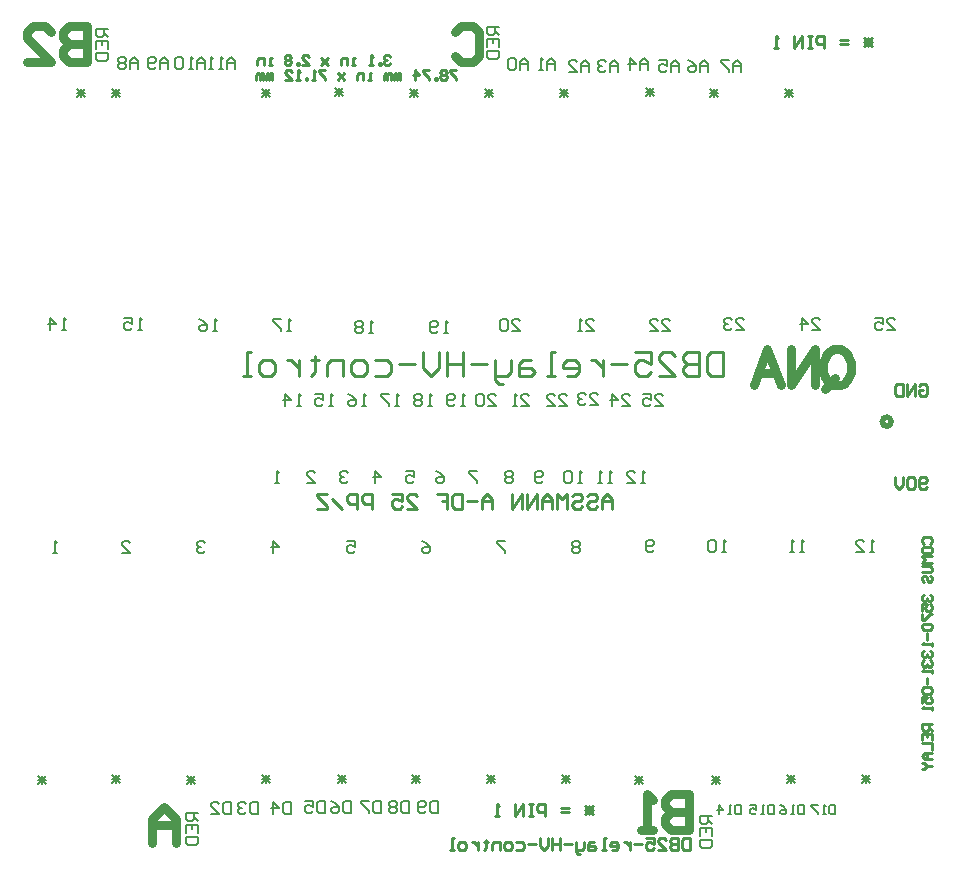
<source format=gbr>
%TF.GenerationSoftware,Altium Limited,Altium Designer,24.1.2 (44)*%
G04 Layer_Color=32896*
%FSLAX45Y45*%
%MOMM*%
%TF.SameCoordinates,7409CC48-22DB-44E9-B9CF-AE3C77DAA70A*%
%TF.FilePolarity,Positive*%
%TF.FileFunction,Legend,Bot*%
%TF.Part,Single*%
G01*
G75*
%TA.AperFunction,NonConductor*%
%ADD20C,0.50800*%
%ADD21C,0.15240*%
%ADD22C,0.25400*%
%ADD23C,0.76200*%
D20*
X7467600Y3683000D02*
G03*
X7467600Y3683000I-38100J0D01*
G01*
D21*
X5953760Y340360D02*
X5852193D01*
Y289577D01*
X5869121Y272649D01*
X5902977D01*
X5919904Y289577D01*
Y340360D01*
Y306504D02*
X5953760Y272649D01*
X5852193Y171081D02*
Y238793D01*
X5953760D01*
Y171081D01*
X5902977Y238793D02*
Y204937D01*
X5852193Y137226D02*
X5953760D01*
Y86442D01*
X5936832Y69514D01*
X5869121D01*
X5852193Y86442D01*
Y137226D01*
X4150360Y7020560D02*
X4048793D01*
Y6969777D01*
X4065721Y6952849D01*
X4099577D01*
X4116504Y6969777D01*
Y7020560D01*
Y6986704D02*
X4150360Y6952849D01*
X4048793Y6851281D02*
Y6918993D01*
X4150360D01*
Y6851281D01*
X4099577Y6918993D02*
Y6885137D01*
X4048793Y6817426D02*
X4150360D01*
Y6766642D01*
X4133432Y6749714D01*
X4065721D01*
X4048793Y6766642D01*
Y6817426D01*
X835660Y7007860D02*
X734093D01*
Y6957077D01*
X751021Y6940149D01*
X784877D01*
X801804Y6957077D01*
Y7007860D01*
Y6974004D02*
X835660Y6940149D01*
X734093Y6838581D02*
Y6906293D01*
X835660D01*
Y6838581D01*
X784877Y6906293D02*
Y6872437D01*
X734093Y6804726D02*
X835660D01*
Y6753942D01*
X818732Y6737014D01*
X751021D01*
X734093Y6753942D01*
Y6804726D01*
X1597660Y365760D02*
X1496093D01*
Y314977D01*
X1513021Y298049D01*
X1546877D01*
X1563804Y314977D01*
Y365760D01*
Y331904D02*
X1597660Y298049D01*
X1496093Y196481D02*
Y264193D01*
X1597660D01*
Y196481D01*
X1546877Y264193D02*
Y230337D01*
X1496093Y162626D02*
X1597660D01*
Y111842D01*
X1580732Y94914D01*
X1513021D01*
X1496093Y111842D01*
Y162626D01*
X7284975Y687616D02*
X7217263Y619905D01*
X7284975D02*
X7217263Y687616D01*
X7284975Y653760D02*
X7217263D01*
X7251119Y619905D02*
Y687616D01*
X6649975D02*
X6582263Y619905D01*
X6649975D02*
X6582263Y687616D01*
X6649975Y653760D02*
X6582263D01*
X6616119Y619905D02*
Y687616D01*
X6995160Y439394D02*
Y358140D01*
X6954533D01*
X6940991Y371682D01*
Y425851D01*
X6954533Y439394D01*
X6995160D01*
X6913906Y358140D02*
X6886822D01*
X6900364D01*
Y439394D01*
X6913906Y425851D01*
X6846195Y439394D02*
X6792026D01*
Y425851D01*
X6846195Y371682D01*
Y358140D01*
X6728460Y439394D02*
Y358140D01*
X6687833D01*
X6674291Y371682D01*
Y425851D01*
X6687833Y439394D01*
X6728460D01*
X6647206Y358140D02*
X6620122D01*
X6633664D01*
Y439394D01*
X6647206Y425851D01*
X6525326Y439394D02*
X6552410Y425851D01*
X6579495Y398767D01*
Y371682D01*
X6565953Y358140D01*
X6538868D01*
X6525326Y371682D01*
Y385225D01*
X6538868Y398767D01*
X6579495D01*
X6474460Y439394D02*
Y358140D01*
X6433833D01*
X6420291Y371682D01*
Y425851D01*
X6433833Y439394D01*
X6474460D01*
X6393206Y358140D02*
X6366122D01*
X6379664D01*
Y439394D01*
X6393206Y425851D01*
X6271326Y439394D02*
X6325495D01*
Y398767D01*
X6298410Y412309D01*
X6284868D01*
X6271326Y398767D01*
Y371682D01*
X6284868Y358140D01*
X6311953D01*
X6325495Y371682D01*
X6195060Y439394D02*
Y358140D01*
X6154433D01*
X6140891Y371682D01*
Y425851D01*
X6154433Y439394D01*
X6195060D01*
X6113806Y358140D02*
X6086722D01*
X6100264D01*
Y439394D01*
X6113806Y425851D01*
X6005468Y358140D02*
Y439394D01*
X6046095Y398767D01*
X5991926D01*
X480060Y4460240D02*
X446204D01*
X463132D01*
Y4561807D01*
X480060Y4544879D01*
X344637Y4460240D02*
Y4561807D01*
X395421Y4511023D01*
X327709D01*
X1127760Y4460240D02*
X1093904D01*
X1110832D01*
Y4561807D01*
X1127760Y4544879D01*
X975409Y4561807D02*
X1043121D01*
Y4511023D01*
X1009265Y4527951D01*
X992337D01*
X975409Y4511023D01*
Y4477168D01*
X992337Y4460240D01*
X1026193D01*
X1043121Y4477168D01*
X1762760Y4447540D02*
X1728904D01*
X1745832D01*
Y4549107D01*
X1762760Y4532179D01*
X1610409Y4549107D02*
X1644265Y4532179D01*
X1678121Y4498323D01*
Y4464468D01*
X1661193Y4447540D01*
X1627337D01*
X1610409Y4464468D01*
Y4481396D01*
X1627337Y4498323D01*
X1678121D01*
X2385060Y4447540D02*
X2351204D01*
X2368132D01*
Y4549107D01*
X2385060Y4532179D01*
X2300421Y4549107D02*
X2232709D01*
Y4532179D01*
X2300421Y4464468D01*
Y4447540D01*
X3083560Y4434840D02*
X3049704D01*
X3066632D01*
Y4536407D01*
X3083560Y4519479D01*
X2998921D02*
X2981993Y4536407D01*
X2948137D01*
X2931209Y4519479D01*
Y4502551D01*
X2948137Y4485623D01*
X2931209Y4468696D01*
Y4451768D01*
X2948137Y4434840D01*
X2981993D01*
X2998921Y4451768D01*
Y4468696D01*
X2981993Y4485623D01*
X2998921Y4502551D01*
Y4519479D01*
X2981993Y4485623D02*
X2948137D01*
X3718560Y4434840D02*
X3684704D01*
X3701632D01*
Y4536407D01*
X3718560Y4519479D01*
X3633921Y4451768D02*
X3616993Y4434840D01*
X3583137D01*
X3566209Y4451768D01*
Y4519479D01*
X3583137Y4536407D01*
X3616993D01*
X3633921Y4519479D01*
Y4502551D01*
X3616993Y4485623D01*
X3566209D01*
X4260449Y4447540D02*
X4328160D01*
X4260449Y4515251D01*
Y4532179D01*
X4277377Y4549107D01*
X4311232D01*
X4328160Y4532179D01*
X4226593D02*
X4209665Y4549107D01*
X4175809D01*
X4158881Y4532179D01*
Y4464468D01*
X4175809Y4447540D01*
X4209665D01*
X4226593Y4464468D01*
Y4532179D01*
X4882749Y4447540D02*
X4950460D01*
X4882749Y4515251D01*
Y4532179D01*
X4899677Y4549107D01*
X4933532D01*
X4950460Y4532179D01*
X4848893Y4447540D02*
X4815037D01*
X4831965D01*
Y4549107D01*
X4848893Y4532179D01*
X7435449Y4460240D02*
X7503160D01*
X7435449Y4527951D01*
Y4544879D01*
X7452377Y4561807D01*
X7486232D01*
X7503160Y4544879D01*
X7333881Y4561807D02*
X7401593D01*
Y4511023D01*
X7367737Y4527951D01*
X7350809D01*
X7333881Y4511023D01*
Y4477168D01*
X7350809Y4460240D01*
X7384665D01*
X7401593Y4477168D01*
X6800449Y4460240D02*
X6868160D01*
X6800449Y4527951D01*
Y4544879D01*
X6817377Y4561807D01*
X6851232D01*
X6868160Y4544879D01*
X6715809Y4460240D02*
Y4561807D01*
X6766593Y4511023D01*
X6698881D01*
X6152749Y4460240D02*
X6220460D01*
X6152749Y4527951D01*
Y4544879D01*
X6169677Y4561807D01*
X6203532D01*
X6220460Y4544879D01*
X6118893D02*
X6101965Y4561807D01*
X6068109D01*
X6051181Y4544879D01*
Y4527951D01*
X6068109Y4511023D01*
X6085037D01*
X6068109D01*
X6051181Y4494096D01*
Y4477168D01*
X6068109Y4460240D01*
X6101965D01*
X6118893Y4477168D01*
X5530449Y4447540D02*
X5598160D01*
X5530449Y4515251D01*
Y4532179D01*
X5547377Y4549107D01*
X5581232D01*
X5598160Y4532179D01*
X5428881Y4447540D02*
X5496593D01*
X5428881Y4515251D01*
Y4532179D01*
X5445809Y4549107D01*
X5479665D01*
X5496593Y4532179D01*
X6195060Y6644640D02*
Y6712351D01*
X6161204Y6746207D01*
X6127349Y6712351D01*
Y6644640D01*
Y6695423D01*
X6195060D01*
X6093493Y6746207D02*
X6025781D01*
Y6729279D01*
X6093493Y6661568D01*
Y6644640D01*
X5915660D02*
Y6712351D01*
X5881804Y6746207D01*
X5847949Y6712351D01*
Y6644640D01*
Y6695423D01*
X5915660D01*
X5746381Y6746207D02*
X5780237Y6729279D01*
X5814093Y6695423D01*
Y6661568D01*
X5797165Y6644640D01*
X5763309D01*
X5746381Y6661568D01*
Y6678496D01*
X5763309Y6695423D01*
X5814093D01*
X5674360Y6644640D02*
Y6712351D01*
X5640504Y6746207D01*
X5606649Y6712351D01*
Y6644640D01*
Y6695423D01*
X5674360D01*
X5505081Y6746207D02*
X5572793D01*
Y6695423D01*
X5538937Y6712351D01*
X5522009D01*
X5505081Y6695423D01*
Y6661568D01*
X5522009Y6644640D01*
X5555865D01*
X5572793Y6661568D01*
X5407660Y6657340D02*
Y6725051D01*
X5373804Y6758907D01*
X5339949Y6725051D01*
Y6657340D01*
Y6708123D01*
X5407660D01*
X5255309Y6657340D02*
Y6758907D01*
X5306093Y6708123D01*
X5238381D01*
X5153660Y6644640D02*
Y6712351D01*
X5119804Y6746207D01*
X5085949Y6712351D01*
Y6644640D01*
Y6695423D01*
X5153660D01*
X5052093Y6729279D02*
X5035165Y6746207D01*
X5001309D01*
X4984381Y6729279D01*
Y6712351D01*
X5001309Y6695423D01*
X5018237D01*
X5001309D01*
X4984381Y6678496D01*
Y6661568D01*
X5001309Y6644640D01*
X5035165D01*
X5052093Y6661568D01*
X4912360Y6644640D02*
Y6712351D01*
X4878504Y6746207D01*
X4844649Y6712351D01*
Y6644640D01*
Y6695423D01*
X4912360D01*
X4743081Y6644640D02*
X4810793D01*
X4743081Y6712351D01*
Y6729279D01*
X4760009Y6746207D01*
X4793865D01*
X4810793Y6729279D01*
X4620260Y6657340D02*
Y6725051D01*
X4586404Y6758907D01*
X4552549Y6725051D01*
Y6657340D01*
Y6708123D01*
X4620260D01*
X4518693Y6657340D02*
X4484837D01*
X4501765D01*
Y6758907D01*
X4518693Y6741979D01*
X4391660Y6657340D02*
Y6725051D01*
X4357804Y6758907D01*
X4323949Y6725051D01*
Y6657340D01*
Y6708123D01*
X4391660D01*
X4290093Y6741979D02*
X4273165Y6758907D01*
X4239309D01*
X4222381Y6741979D01*
Y6674268D01*
X4239309Y6657340D01*
X4273165D01*
X4290093Y6674268D01*
Y6741979D01*
X1915160Y6670040D02*
Y6737751D01*
X1881304Y6771607D01*
X1847449Y6737751D01*
Y6670040D01*
Y6720823D01*
X1915160D01*
X1813593Y6670040D02*
X1779737D01*
X1796665D01*
Y6771607D01*
X1813593Y6754679D01*
X1728953Y6670040D02*
X1695098D01*
X1712026D01*
Y6771607D01*
X1728953Y6754679D01*
X1661160Y6670040D02*
Y6737751D01*
X1627304Y6771607D01*
X1593449Y6737751D01*
Y6670040D01*
Y6720823D01*
X1661160D01*
X1559593Y6670040D02*
X1525737D01*
X1542665D01*
Y6771607D01*
X1559593Y6754679D01*
X1474953D02*
X1458026Y6771607D01*
X1424170D01*
X1407242Y6754679D01*
Y6686968D01*
X1424170Y6670040D01*
X1458026D01*
X1474953Y6686968D01*
Y6754679D01*
X1343660Y6670040D02*
Y6737751D01*
X1309804Y6771607D01*
X1275949Y6737751D01*
Y6670040D01*
Y6720823D01*
X1343660D01*
X1242093Y6686968D02*
X1225165Y6670040D01*
X1191309D01*
X1174381Y6686968D01*
Y6754679D01*
X1191309Y6771607D01*
X1225165D01*
X1242093Y6754679D01*
Y6737751D01*
X1225165Y6720823D01*
X1174381D01*
X1089660Y6670040D02*
Y6737751D01*
X1055804Y6771607D01*
X1021949Y6737751D01*
Y6670040D01*
Y6720823D01*
X1089660D01*
X988093Y6754679D02*
X971165Y6771607D01*
X937309D01*
X920381Y6754679D01*
Y6737751D01*
X937309Y6720823D01*
X920381Y6703896D01*
Y6686968D01*
X937309Y6670040D01*
X971165D01*
X988093Y6686968D01*
Y6703896D01*
X971165Y6720823D01*
X988093Y6737751D01*
Y6754679D01*
X971165Y6720823D02*
X937309D01*
X3629660Y472407D02*
Y370840D01*
X3578877D01*
X3561949Y387768D01*
Y455479D01*
X3578877Y472407D01*
X3629660D01*
X3528093Y387768D02*
X3511165Y370840D01*
X3477309D01*
X3460381Y387768D01*
Y455479D01*
X3477309Y472407D01*
X3511165D01*
X3528093Y455479D01*
Y438551D01*
X3511165Y421623D01*
X3460381D01*
X3388360Y472407D02*
Y370840D01*
X3337577D01*
X3320649Y387768D01*
Y455479D01*
X3337577Y472407D01*
X3388360D01*
X3286793Y455479D02*
X3269865Y472407D01*
X3236009D01*
X3219081Y455479D01*
Y438551D01*
X3236009Y421623D01*
X3219081Y404696D01*
Y387768D01*
X3236009Y370840D01*
X3269865D01*
X3286793Y387768D01*
Y404696D01*
X3269865Y421623D01*
X3286793Y438551D01*
Y455479D01*
X3269865Y421623D02*
X3236009D01*
X3147060Y472407D02*
Y370840D01*
X3096277D01*
X3079349Y387768D01*
Y455479D01*
X3096277Y472407D01*
X3147060D01*
X3045493D02*
X2977781D01*
Y455479D01*
X3045493Y387768D01*
Y370840D01*
X2893060Y472407D02*
Y370840D01*
X2842277D01*
X2825349Y387768D01*
Y455479D01*
X2842277Y472407D01*
X2893060D01*
X2723781D02*
X2757637Y455479D01*
X2791493Y421623D01*
Y387768D01*
X2774565Y370840D01*
X2740709D01*
X2723781Y387768D01*
Y404696D01*
X2740709Y421623D01*
X2791493D01*
X2677160Y472407D02*
Y370840D01*
X2626377D01*
X2609449Y387768D01*
Y455479D01*
X2626377Y472407D01*
X2677160D01*
X2507881D02*
X2575593D01*
Y421623D01*
X2541737Y438551D01*
X2524809D01*
X2507881Y421623D01*
Y387768D01*
X2524809Y370840D01*
X2558665D01*
X2575593Y387768D01*
X2385060Y459707D02*
Y358140D01*
X2334277D01*
X2317349Y375068D01*
Y442779D01*
X2334277Y459707D01*
X2385060D01*
X2232709Y358140D02*
Y459707D01*
X2283493Y408923D01*
X2215781D01*
X2105660Y459707D02*
Y358140D01*
X2054877D01*
X2037949Y375068D01*
Y442779D01*
X2054877Y459707D01*
X2105660D01*
X2004093Y442779D02*
X1987165Y459707D01*
X1953309D01*
X1936381Y442779D01*
Y425851D01*
X1953309Y408923D01*
X1970237D01*
X1953309D01*
X1936381Y391996D01*
Y375068D01*
X1953309Y358140D01*
X1987165D01*
X2004093Y375068D01*
X1877060Y459707D02*
Y358140D01*
X1826277D01*
X1809349Y375068D01*
Y442779D01*
X1826277Y459707D01*
X1877060D01*
X1707781Y358140D02*
X1775493D01*
X1707781Y425851D01*
Y442779D01*
X1724709Y459707D01*
X1758565D01*
X1775493Y442779D01*
X403860Y2567940D02*
X370004D01*
X386932D01*
Y2669507D01*
X403860Y2652579D01*
X958449Y2567940D02*
X1026160D01*
X958449Y2635651D01*
Y2652579D01*
X975377Y2669507D01*
X1009232D01*
X1026160Y2652579D01*
X1661160D02*
X1644232Y2669507D01*
X1610377D01*
X1593449Y2652579D01*
Y2635651D01*
X1610377Y2618723D01*
X1627304D01*
X1610377D01*
X1593449Y2601796D01*
Y2584868D01*
X1610377Y2567940D01*
X1644232D01*
X1661160Y2584868D01*
X2232677Y2567940D02*
Y2669507D01*
X2283460Y2618723D01*
X2215749D01*
X2863449Y2669507D02*
X2931160D01*
Y2618723D01*
X2897304Y2635651D01*
X2880377D01*
X2863449Y2618723D01*
Y2584868D01*
X2880377Y2567940D01*
X2914232D01*
X2931160Y2584868D01*
X3498449Y2669507D02*
X3532304Y2652579D01*
X3566160Y2618723D01*
Y2584868D01*
X3549232Y2567940D01*
X3515377D01*
X3498449Y2584868D01*
Y2601796D01*
X3515377Y2618723D01*
X3566160D01*
X4201160Y2669507D02*
X4133449D01*
Y2652579D01*
X4201160Y2584868D01*
Y2567940D01*
X4836160Y2652579D02*
X4819232Y2669507D01*
X4785377D01*
X4768449Y2652579D01*
Y2635651D01*
X4785377Y2618723D01*
X4768449Y2601796D01*
Y2584868D01*
X4785377Y2567940D01*
X4819232D01*
X4836160Y2584868D01*
Y2601796D01*
X4819232Y2618723D01*
X4836160Y2635651D01*
Y2652579D01*
X4819232Y2618723D02*
X4785377D01*
X5458460Y2597568D02*
X5441532Y2580640D01*
X5407677D01*
X5390749Y2597568D01*
Y2665279D01*
X5407677Y2682207D01*
X5441532D01*
X5458460Y2665279D01*
Y2648351D01*
X5441532Y2631423D01*
X5390749D01*
X6068060Y2580640D02*
X6034204D01*
X6051132D01*
Y2682207D01*
X6068060Y2665279D01*
X5983421D02*
X5966493Y2682207D01*
X5932637D01*
X5915709Y2665279D01*
Y2597568D01*
X5932637Y2580640D01*
X5966493D01*
X5983421Y2597568D01*
Y2665279D01*
X6728460Y2580640D02*
X6694604D01*
X6711532D01*
Y2682207D01*
X6728460Y2665279D01*
X6643821Y2580640D02*
X6609965D01*
X6626893D01*
Y2682207D01*
X6643821Y2665279D01*
X7325360Y2580640D02*
X7291504D01*
X7308432D01*
Y2682207D01*
X7325360Y2665279D01*
X7173009Y2580640D02*
X7240721D01*
X7173009Y2648351D01*
Y2665279D01*
X7189937Y2682207D01*
X7223793D01*
X7240721Y2665279D01*
X5382260Y3164840D02*
X5348404D01*
X5365332D01*
Y3266407D01*
X5382260Y3249479D01*
X5229909Y3164840D02*
X5297621D01*
X5229909Y3232551D01*
Y3249479D01*
X5246837Y3266407D01*
X5280693D01*
X5297621Y3249479D01*
X6639560Y6496452D02*
X6571849Y6428740D01*
X6639560D02*
X6571849Y6496452D01*
X6639560Y6462596D02*
X6571849D01*
X6605704Y6428740D02*
Y6496452D01*
X6004560D02*
X5936849Y6428740D01*
X6004560D02*
X5936849Y6496452D01*
X6004560Y6462596D02*
X5936849D01*
X5970704Y6428740D02*
Y6496452D01*
X5458460Y6509152D02*
X5390749Y6441440D01*
X5458460D02*
X5390749Y6509152D01*
X5458460Y6475296D02*
X5390749D01*
X5424604Y6441440D02*
Y6509152D01*
X4734560Y6496452D02*
X4666849Y6428740D01*
X4734560D02*
X4666849Y6496452D01*
X4734560Y6462596D02*
X4666849D01*
X4700704Y6428740D02*
Y6496452D01*
X4099560D02*
X4031849Y6428740D01*
X4099560D02*
X4031849Y6496452D01*
X4099560Y6462596D02*
X4031849D01*
X4065704Y6428740D02*
Y6496452D01*
X3464560D02*
X3396849Y6428740D01*
X3464560D02*
X3396849Y6496452D01*
X3464560Y6462596D02*
X3396849D01*
X3430704Y6428740D02*
Y6496452D01*
X2829560Y6509152D02*
X2761849Y6441440D01*
X2829560D02*
X2761849Y6509152D01*
X2829560Y6475296D02*
X2761849D01*
X2795704Y6441440D02*
Y6509152D01*
X2207260Y6496452D02*
X2139549Y6428740D01*
X2207260D02*
X2139549Y6496452D01*
X2207260Y6462596D02*
X2139549D01*
X2173404Y6428740D02*
Y6496452D01*
X937260D02*
X869549Y6428740D01*
X937260D02*
X869549Y6496452D01*
X937260Y6462596D02*
X869549D01*
X903404Y6428740D02*
Y6496452D01*
X645160D02*
X577449Y6428740D01*
X645160D02*
X577449Y6496452D01*
X645160Y6462596D02*
X577449D01*
X611304Y6428740D02*
Y6496452D01*
X314960Y679852D02*
X247249Y612140D01*
X314960D02*
X247249Y679852D01*
X314960Y645996D02*
X247249D01*
X281104Y612140D02*
Y679852D01*
X937260Y692552D02*
X869549Y624840D01*
X937260D02*
X869549Y692552D01*
X937260Y658696D02*
X869549D01*
X903404Y624840D02*
Y692552D01*
X1572260Y679852D02*
X1504549Y612140D01*
X1572260D02*
X1504549Y679852D01*
X1572260Y645996D02*
X1504549D01*
X1538404Y612140D02*
Y679852D01*
X2207260Y692552D02*
X2139549Y624840D01*
X2207260D02*
X2139549Y692552D01*
X2207260Y658696D02*
X2139549D01*
X2173404Y624840D02*
Y692552D01*
X2854960D02*
X2787249Y624840D01*
X2854960D02*
X2787249Y692552D01*
X2854960Y658696D02*
X2787249D01*
X2821104Y624840D02*
Y692552D01*
X3477260D02*
X3409549Y624840D01*
X3477260D02*
X3409549Y692552D01*
X3477260Y658696D02*
X3409549D01*
X3443404Y624840D02*
Y692552D01*
X4112260D02*
X4044549Y624840D01*
X4112260D02*
X4044549Y692552D01*
X4112260Y658696D02*
X4044549D01*
X4078404Y624840D02*
Y692552D01*
X4747260D02*
X4679549Y624840D01*
X4747260D02*
X4679549Y692552D01*
X4747260Y658696D02*
X4679549D01*
X4713404Y624840D02*
Y692552D01*
X5369560Y679852D02*
X5301849Y612140D01*
X5369560D02*
X5301849Y679852D01*
X5369560Y645996D02*
X5301849D01*
X5335704Y612140D02*
Y679852D01*
X6017260D02*
X5949549Y612140D01*
X6017260D02*
X5949549Y679852D01*
X6017260Y645996D02*
X5949549D01*
X5983404Y612140D02*
Y679852D01*
X2520549Y3164840D02*
X2588260D01*
X2520549Y3232551D01*
Y3249479D01*
X2537477Y3266407D01*
X2571332D01*
X2588260Y3249479D01*
X2867660D02*
X2850732Y3266407D01*
X2816877D01*
X2799949Y3249479D01*
Y3232551D01*
X2816877Y3215623D01*
X2833804D01*
X2816877D01*
X2799949Y3198696D01*
Y3181768D01*
X2816877Y3164840D01*
X2850732D01*
X2867660Y3181768D01*
X3358749Y3266407D02*
X3426460D01*
Y3215623D01*
X3392604Y3232551D01*
X3375677D01*
X3358749Y3215623D01*
Y3181768D01*
X3375677Y3164840D01*
X3409532D01*
X3426460Y3181768D01*
X3612749Y3266407D02*
X3646604Y3249479D01*
X3680460Y3215623D01*
Y3181768D01*
X3663532Y3164840D01*
X3629677D01*
X3612749Y3181768D01*
Y3198696D01*
X3629677Y3215623D01*
X3680460D01*
X3959860Y3266407D02*
X3892149D01*
Y3249479D01*
X3959860Y3181768D01*
Y3164840D01*
X4264660Y3249479D02*
X4247732Y3266407D01*
X4213877D01*
X4196949Y3249479D01*
Y3232551D01*
X4213877Y3215623D01*
X4196949Y3198696D01*
Y3181768D01*
X4213877Y3164840D01*
X4247732D01*
X4264660Y3181768D01*
Y3198696D01*
X4247732Y3215623D01*
X4264660Y3232551D01*
Y3249479D01*
X4247732Y3215623D02*
X4213877D01*
X3096277Y3164840D02*
Y3266407D01*
X3147060Y3215623D01*
X3079349D01*
X2283460Y3164840D02*
X2249604D01*
X2266532D01*
Y3266407D01*
X2283460Y3249479D01*
X4518660Y3181768D02*
X4501732Y3164840D01*
X4467877D01*
X4450949Y3181768D01*
Y3249479D01*
X4467877Y3266407D01*
X4501732D01*
X4518660Y3249479D01*
Y3232551D01*
X4501732Y3215623D01*
X4450949D01*
X4848860Y3164840D02*
X4815004D01*
X4831932D01*
Y3266407D01*
X4848860Y3249479D01*
X4764221D02*
X4747293Y3266407D01*
X4713437D01*
X4696509Y3249479D01*
Y3181768D01*
X4713437Y3164840D01*
X4747293D01*
X4764221Y3181768D01*
Y3249479D01*
X5102860Y3164840D02*
X5069004D01*
X5085932D01*
Y3266407D01*
X5102860Y3249479D01*
X5018221Y3164840D02*
X4984365D01*
X5001293D01*
Y3266407D01*
X5018221Y3249479D01*
X4651095Y3817556D02*
X4718807D01*
X4651095Y3885268D01*
Y3902196D01*
X4668023Y3919123D01*
X4701879D01*
X4718807Y3902196D01*
X4549528Y3817556D02*
X4617239D01*
X4549528Y3885268D01*
Y3902196D01*
X4566456Y3919123D01*
X4600312D01*
X4617239Y3902196D01*
X4920849Y3825240D02*
X4988560D01*
X4920849Y3892951D01*
Y3909879D01*
X4937777Y3926807D01*
X4971632D01*
X4988560Y3909879D01*
X4886993D02*
X4870065Y3926807D01*
X4836209D01*
X4819281Y3909879D01*
Y3892951D01*
X4836209Y3876023D01*
X4853137D01*
X4836209D01*
X4819281Y3859096D01*
Y3842168D01*
X4836209Y3825240D01*
X4870065D01*
X4886993Y3842168D01*
X5184495Y3817556D02*
X5252207D01*
X5184495Y3885268D01*
Y3902196D01*
X5201423Y3919123D01*
X5235279D01*
X5252207Y3902196D01*
X5099856Y3817556D02*
Y3919123D01*
X5150639Y3868340D01*
X5082928D01*
X5463895Y3817556D02*
X5531607D01*
X5463895Y3885268D01*
Y3902196D01*
X5480823Y3919123D01*
X5514679D01*
X5531607Y3902196D01*
X5362328Y3919123D02*
X5430039D01*
Y3868340D01*
X5396184Y3885268D01*
X5379256D01*
X5362328Y3868340D01*
Y3834484D01*
X5379256Y3817556D01*
X5413112D01*
X5430039Y3834484D01*
X4336649Y3812540D02*
X4404360D01*
X4336649Y3880251D01*
Y3897179D01*
X4353577Y3914107D01*
X4387432D01*
X4404360Y3897179D01*
X4302793Y3812540D02*
X4268937D01*
X4285865D01*
Y3914107D01*
X4302793Y3897179D01*
X4057249Y3812540D02*
X4124960D01*
X4057249Y3880251D01*
Y3897179D01*
X4074177Y3914107D01*
X4108032D01*
X4124960Y3897179D01*
X4023393D02*
X4006465Y3914107D01*
X3972609D01*
X3955681Y3897179D01*
Y3829468D01*
X3972609Y3812540D01*
X4006465D01*
X4023393Y3829468D01*
Y3897179D01*
X3855158Y3813595D02*
X3821302D01*
X3838230D01*
Y3915162D01*
X3855158Y3898234D01*
X3770519Y3830523D02*
X3753591Y3813595D01*
X3719735D01*
X3702807Y3830523D01*
Y3898234D01*
X3719735Y3915162D01*
X3753591D01*
X3770519Y3898234D01*
Y3881306D01*
X3753591Y3864378D01*
X3702807D01*
X3575758Y3813595D02*
X3541902D01*
X3558830D01*
Y3915162D01*
X3575758Y3898234D01*
X3491119D02*
X3474191Y3915162D01*
X3440335D01*
X3423407Y3898234D01*
Y3881306D01*
X3440335Y3864378D01*
X3423407Y3847451D01*
Y3830523D01*
X3440335Y3813595D01*
X3474191D01*
X3491119Y3830523D01*
Y3847451D01*
X3474191Y3864378D01*
X3491119Y3881306D01*
Y3898234D01*
X3474191Y3864378D02*
X3440335D01*
X3296358Y3813595D02*
X3262502D01*
X3279430D01*
Y3915162D01*
X3296358Y3898234D01*
X3211719Y3915162D02*
X3144007D01*
Y3898234D01*
X3211719Y3830523D01*
Y3813595D01*
X3016958D02*
X2983102D01*
X3000030D01*
Y3915162D01*
X3016958Y3898234D01*
X2864607Y3915162D02*
X2898463Y3898234D01*
X2932319Y3864378D01*
Y3830523D01*
X2915391Y3813595D01*
X2881535D01*
X2864607Y3830523D01*
Y3847451D01*
X2881535Y3864378D01*
X2932319D01*
X2737558Y3813595D02*
X2703702D01*
X2720630D01*
Y3915162D01*
X2737558Y3898234D01*
X2585207Y3915162D02*
X2652919D01*
Y3864378D01*
X2619063Y3881306D01*
X2602135D01*
X2585207Y3864378D01*
Y3830523D01*
X2602135Y3813595D01*
X2635991D01*
X2652919Y3830523D01*
X2473960Y3812540D02*
X2440104D01*
X2457032D01*
Y3914107D01*
X2473960Y3897179D01*
X2338537Y3812540D02*
Y3914107D01*
X2389321Y3863323D01*
X2321609D01*
D22*
X6045200Y4271346D02*
Y4068211D01*
X5943633D01*
X5909777Y4102067D01*
Y4237490D01*
X5943633Y4271346D01*
X6045200D01*
X5842066D02*
Y4068211D01*
X5740499D01*
X5706643Y4102067D01*
Y4135923D01*
X5740499Y4169779D01*
X5842066D01*
X5740499D01*
X5706643Y4203634D01*
Y4237490D01*
X5740499Y4271346D01*
X5842066D01*
X5503509Y4068211D02*
X5638932D01*
X5503509Y4203634D01*
Y4237490D01*
X5537364Y4271346D01*
X5605076D01*
X5638932Y4237490D01*
X5300374Y4271346D02*
X5435797D01*
Y4169779D01*
X5368086Y4203634D01*
X5334230D01*
X5300374Y4169779D01*
Y4102067D01*
X5334230Y4068211D01*
X5401942D01*
X5435797Y4102067D01*
X5232663Y4169779D02*
X5097240D01*
X5029529Y4203634D02*
Y4068211D01*
Y4135923D01*
X4995673Y4169779D01*
X4961818Y4203634D01*
X4927962D01*
X4724827Y4068211D02*
X4792539D01*
X4826395Y4102067D01*
Y4169779D01*
X4792539Y4203634D01*
X4724827D01*
X4690972Y4169779D01*
Y4135923D01*
X4826395D01*
X4623261Y4068211D02*
X4555549D01*
X4589405D01*
Y4271346D01*
X4623261D01*
X4420126Y4203634D02*
X4352415D01*
X4318559Y4169779D01*
Y4068211D01*
X4420126D01*
X4453982Y4102067D01*
X4420126Y4135923D01*
X4318559D01*
X4250848Y4203634D02*
Y4102067D01*
X4216992Y4068211D01*
X4115425D01*
Y4034356D01*
X4149280Y4000500D01*
X4183136D01*
X4115425Y4068211D02*
Y4203634D01*
X4047714Y4169779D02*
X3912291D01*
X3844579Y4271346D02*
Y4068211D01*
Y4169779D01*
X3709156D01*
Y4271346D01*
Y4068211D01*
X3641445Y4271346D02*
Y4135923D01*
X3573734Y4068211D01*
X3506022Y4135923D01*
Y4271346D01*
X3438311Y4169779D02*
X3302888D01*
X3099754Y4203634D02*
X3201321D01*
X3235177Y4169779D01*
Y4102067D01*
X3201321Y4068211D01*
X3099754D01*
X2998187D02*
X2930475D01*
X2896620Y4102067D01*
Y4169779D01*
X2930475Y4203634D01*
X2998187D01*
X3032042Y4169779D01*
Y4102067D01*
X2998187Y4068211D01*
X2828908D02*
Y4203634D01*
X2727341D01*
X2693485Y4169779D01*
Y4068211D01*
X2591918Y4237490D02*
Y4203634D01*
X2625774D01*
X2558063D01*
X2591918D01*
Y4102067D01*
X2558063Y4068211D01*
X2456495Y4203634D02*
Y4068211D01*
Y4135923D01*
X2422640Y4169779D01*
X2388784Y4203634D01*
X2354928D01*
X2219506Y4068211D02*
X2151794D01*
X2117938Y4102067D01*
Y4169779D01*
X2151794Y4203634D01*
X2219506D01*
X2253361Y4169779D01*
Y4102067D01*
X2219506Y4068211D01*
X2050227D02*
X1982516D01*
X2016371D01*
Y4271346D01*
X2050227D01*
X3225800Y6773311D02*
X3212258Y6786854D01*
X3185173D01*
X3171631Y6773311D01*
Y6759769D01*
X3185173Y6746227D01*
X3198715D01*
X3185173D01*
X3171631Y6732685D01*
Y6719142D01*
X3185173Y6705600D01*
X3212258D01*
X3225800Y6719142D01*
X3144546Y6705600D02*
Y6719142D01*
X3131004D01*
Y6705600D01*
X3144546D01*
X3076835D02*
X3049750D01*
X3063293D01*
Y6786854D01*
X3076835Y6773311D01*
X2927870Y6705600D02*
X2900785D01*
X2914327D01*
Y6759769D01*
X2927870D01*
X2860158Y6705600D02*
Y6759769D01*
X2819532D01*
X2805989Y6746227D01*
Y6705600D01*
X2697651Y6759769D02*
X2643482Y6705600D01*
X2670566Y6732685D01*
X2643482Y6759769D01*
X2697651Y6705600D01*
X2480974D02*
X2535143D01*
X2480974Y6759769D01*
Y6773311D01*
X2494516Y6786854D01*
X2521601D01*
X2535143Y6773311D01*
X2453889Y6705600D02*
Y6719142D01*
X2440347D01*
Y6705600D01*
X2453889D01*
X2386178Y6773311D02*
X2372636Y6786854D01*
X2345551D01*
X2332009Y6773311D01*
Y6759769D01*
X2345551Y6746227D01*
X2332009Y6732685D01*
Y6719142D01*
X2345551Y6705600D01*
X2372636D01*
X2386178Y6719142D01*
Y6732685D01*
X2372636Y6746227D01*
X2386178Y6759769D01*
Y6773311D01*
X2372636Y6746227D02*
X2345551D01*
X2223670Y6705600D02*
X2196586D01*
X2210128D01*
Y6759769D01*
X2223670D01*
X2155959Y6705600D02*
Y6759769D01*
X2115332D01*
X2101790Y6746227D01*
Y6705600D01*
X3784600Y6659854D02*
X3730431D01*
Y6646311D01*
X3784600Y6592142D01*
Y6578600D01*
X3703346Y6646311D02*
X3689804Y6659854D01*
X3662719D01*
X3649177Y6646311D01*
Y6632769D01*
X3662719Y6619227D01*
X3649177Y6605685D01*
Y6592142D01*
X3662719Y6578600D01*
X3689804D01*
X3703346Y6592142D01*
Y6605685D01*
X3689804Y6619227D01*
X3703346Y6632769D01*
Y6646311D01*
X3689804Y6619227D02*
X3662719D01*
X3622092Y6578600D02*
Y6592142D01*
X3608550D01*
Y6578600D01*
X3622092D01*
X3554381Y6659854D02*
X3500212D01*
Y6646311D01*
X3554381Y6592142D01*
Y6578600D01*
X3432500D02*
Y6659854D01*
X3473127Y6619227D01*
X3418958D01*
X3310619Y6578600D02*
Y6632769D01*
X3297077D01*
X3283535Y6619227D01*
Y6578600D01*
Y6619227D01*
X3269993Y6632769D01*
X3256450Y6619227D01*
Y6578600D01*
X3229366D02*
Y6632769D01*
X3215823D01*
X3202281Y6619227D01*
Y6578600D01*
Y6619227D01*
X3188739Y6632769D01*
X3175197Y6619227D01*
Y6578600D01*
X3066858D02*
X3039773D01*
X3053316D01*
Y6632769D01*
X3066858D01*
X2999147Y6578600D02*
Y6632769D01*
X2958520D01*
X2944978Y6619227D01*
Y6578600D01*
X2836639Y6632769D02*
X2782470Y6578600D01*
X2809554Y6605685D01*
X2782470Y6632769D01*
X2836639Y6578600D01*
X2674131Y6659854D02*
X2619962D01*
Y6646311D01*
X2674131Y6592142D01*
Y6578600D01*
X2592877D02*
X2565793D01*
X2579335D01*
Y6659854D01*
X2592877Y6646311D01*
X2525166Y6578600D02*
Y6592142D01*
X2511624D01*
Y6578600D01*
X2525166D01*
X2457455D02*
X2430370D01*
X2443913D01*
Y6659854D01*
X2457455Y6646311D01*
X2335574Y6578600D02*
X2389744D01*
X2335574Y6632769D01*
Y6646311D01*
X2349117Y6659854D01*
X2376201D01*
X2389744Y6646311D01*
X2227236Y6578600D02*
Y6632769D01*
X2213694D01*
X2200151Y6619227D01*
Y6578600D01*
Y6619227D01*
X2186609Y6632769D01*
X2173067Y6619227D01*
Y6578600D01*
X2145982D02*
Y6632769D01*
X2132440D01*
X2118897Y6619227D01*
Y6578600D01*
Y6619227D01*
X2105355Y6632769D01*
X2091813Y6619227D01*
Y6578600D01*
X5765800Y160823D02*
Y59256D01*
X5715017D01*
X5698089Y76183D01*
Y143895D01*
X5715017Y160823D01*
X5765800D01*
X5664233D02*
Y59256D01*
X5613449D01*
X5596521Y76183D01*
Y93111D01*
X5613449Y110039D01*
X5664233D01*
X5613449D01*
X5596521Y126967D01*
Y143895D01*
X5613449Y160823D01*
X5664233D01*
X5494954Y59256D02*
X5562666D01*
X5494954Y126967D01*
Y143895D01*
X5511882Y160823D01*
X5545738D01*
X5562666Y143895D01*
X5393387Y160823D02*
X5461098D01*
Y110039D01*
X5427243Y126967D01*
X5410315D01*
X5393387Y110039D01*
Y76183D01*
X5410315Y59256D01*
X5444170D01*
X5461098Y76183D01*
X5359531Y110039D02*
X5291820D01*
X5257964Y126967D02*
Y59256D01*
Y93111D01*
X5241036Y110039D01*
X5224108Y126967D01*
X5207180D01*
X5105613Y59256D02*
X5139469D01*
X5156397Y76183D01*
Y110039D01*
X5139469Y126967D01*
X5105613D01*
X5088685Y110039D01*
Y93111D01*
X5156397D01*
X5054829Y59256D02*
X5020974D01*
X5037902D01*
Y160823D01*
X5054829D01*
X4953262Y126967D02*
X4919406D01*
X4902479Y110039D01*
Y59256D01*
X4953262D01*
X4970190Y76183D01*
X4953262Y93111D01*
X4902479D01*
X4868623Y126967D02*
Y76183D01*
X4851695Y59256D01*
X4800911D01*
Y42328D01*
X4817839Y25400D01*
X4834767D01*
X4800911Y59256D02*
Y126967D01*
X4767055Y110039D02*
X4699344D01*
X4665488Y160823D02*
Y59256D01*
Y110039D01*
X4597777D01*
Y160823D01*
Y59256D01*
X4563921Y160823D02*
Y93111D01*
X4530065Y59256D01*
X4496210Y93111D01*
Y160823D01*
X4462354Y110039D02*
X4394642D01*
X4293075Y126967D02*
X4343859D01*
X4360787Y110039D01*
Y76183D01*
X4343859Y59256D01*
X4293075D01*
X4242291D02*
X4208436D01*
X4191508Y76183D01*
Y110039D01*
X4208436Y126967D01*
X4242291D01*
X4259219Y110039D01*
Y76183D01*
X4242291Y59256D01*
X4157652D02*
Y126967D01*
X4106869D01*
X4089941Y110039D01*
Y59256D01*
X4039157Y143895D02*
Y126967D01*
X4056085D01*
X4022229D01*
X4039157D01*
Y76183D01*
X4022229Y59256D01*
X3971445Y126967D02*
Y59256D01*
Y93111D01*
X3954518Y110039D01*
X3937590Y126967D01*
X3920662D01*
X3852950Y59256D02*
X3819095D01*
X3802167Y76183D01*
Y110039D01*
X3819095Y126967D01*
X3852950D01*
X3869878Y110039D01*
Y76183D01*
X3852950Y59256D01*
X3768311D02*
X3734455D01*
X3751383D01*
Y160823D01*
X3768311D01*
X5105400Y2946400D02*
Y3031039D01*
X5063080Y3073359D01*
X5020761Y3031039D01*
Y2946400D01*
Y3009879D01*
X5105400D01*
X4893802Y3052199D02*
X4914962Y3073359D01*
X4957281D01*
X4978441Y3052199D01*
Y3031039D01*
X4957281Y3009879D01*
X4914962D01*
X4893802Y2988720D01*
Y2967560D01*
X4914962Y2946400D01*
X4957281D01*
X4978441Y2967560D01*
X4766843Y3052199D02*
X4788003Y3073359D01*
X4830323D01*
X4851482Y3052199D01*
Y3031039D01*
X4830323Y3009879D01*
X4788003D01*
X4766843Y2988720D01*
Y2967560D01*
X4788003Y2946400D01*
X4830323D01*
X4851482Y2967560D01*
X4724523Y2946400D02*
Y3073359D01*
X4682204Y3031039D01*
X4639884Y3073359D01*
Y2946400D01*
X4597565D02*
Y3031039D01*
X4555245Y3073359D01*
X4512925Y3031039D01*
Y2946400D01*
Y3009879D01*
X4597565D01*
X4470606Y2946400D02*
Y3073359D01*
X4385966Y2946400D01*
Y3073359D01*
X4343647Y2946400D02*
Y3073359D01*
X4259007Y2946400D01*
Y3073359D01*
X4089729Y2946400D02*
Y3031039D01*
X4047409Y3073359D01*
X4005090Y3031039D01*
Y2946400D01*
Y3009879D01*
X4089729D01*
X3962770D02*
X3878131D01*
X3835811Y3073359D02*
Y2946400D01*
X3772332D01*
X3751172Y2967560D01*
Y3052199D01*
X3772332Y3073359D01*
X3835811D01*
X3624213D02*
X3708853D01*
Y3009879D01*
X3666533D01*
X3708853D01*
Y2946400D01*
X3370296D02*
X3454935D01*
X3370296Y3031039D01*
Y3052199D01*
X3391455Y3073359D01*
X3433775D01*
X3454935Y3052199D01*
X3243337Y3073359D02*
X3327976D01*
Y3009879D01*
X3285656Y3031039D01*
X3264497D01*
X3243337Y3009879D01*
Y2967560D01*
X3264497Y2946400D01*
X3306816D01*
X3327976Y2967560D01*
X3074058Y2946400D02*
Y3073359D01*
X3010579D01*
X2989419Y3052199D01*
Y3009879D01*
X3010579Y2988720D01*
X3074058D01*
X2947100Y2946400D02*
Y3073359D01*
X2883620D01*
X2862460Y3052199D01*
Y3009879D01*
X2883620Y2988720D01*
X2947100D01*
X2820141Y2946400D02*
X2735501Y3031039D01*
X2693182Y3073359D02*
X2608542D01*
Y3052199D01*
X2693182Y2967560D01*
Y2946400D01*
X2608542D01*
X7742789Y2650931D02*
X7729246Y2664473D01*
Y2691558D01*
X7742789Y2705100D01*
X7796958D01*
X7810500Y2691558D01*
Y2664473D01*
X7796958Y2650931D01*
X7729246Y2583219D02*
Y2610304D01*
X7742789Y2623846D01*
X7796958D01*
X7810500Y2610304D01*
Y2583219D01*
X7796958Y2569677D01*
X7742789D01*
X7729246Y2583219D01*
X7810500Y2542592D02*
X7729246D01*
X7756331Y2515508D01*
X7729246Y2488423D01*
X7810500D01*
X7729246Y2461338D02*
X7796958D01*
X7810500Y2447796D01*
Y2420712D01*
X7796958Y2407169D01*
X7729246D01*
X7742789Y2325916D02*
X7729246Y2339458D01*
Y2366542D01*
X7742789Y2380085D01*
X7756331D01*
X7769873Y2366542D01*
Y2339458D01*
X7783415Y2325916D01*
X7796958D01*
X7810500Y2339458D01*
Y2366542D01*
X7796958Y2380085D01*
X7742789Y2217577D02*
X7729246Y2204035D01*
Y2176950D01*
X7742789Y2163408D01*
X7756331D01*
X7769873Y2176950D01*
Y2190492D01*
Y2176950D01*
X7783415Y2163408D01*
X7796958D01*
X7810500Y2176950D01*
Y2204035D01*
X7796958Y2217577D01*
X7729246Y2082154D02*
Y2136323D01*
X7769873D01*
X7756331Y2109239D01*
Y2095696D01*
X7769873Y2082154D01*
X7796958D01*
X7810500Y2095696D01*
Y2122781D01*
X7796958Y2136323D01*
X7729246Y2055069D02*
Y2000900D01*
X7742789D01*
X7796958Y2055069D01*
X7810500D01*
X7742789Y1973815D02*
X7729246Y1960273D01*
Y1933189D01*
X7742789Y1919646D01*
X7796958D01*
X7810500Y1933189D01*
Y1960273D01*
X7796958Y1973815D01*
X7742789D01*
X7769873Y1892562D02*
Y1838393D01*
X7810500Y1811308D02*
Y1784223D01*
Y1797766D01*
X7729246D01*
X7742789Y1811308D01*
Y1743596D02*
X7729246Y1730054D01*
Y1702970D01*
X7742789Y1689427D01*
X7756331D01*
X7769873Y1702970D01*
Y1716512D01*
Y1702970D01*
X7783415Y1689427D01*
X7796958D01*
X7810500Y1702970D01*
Y1730054D01*
X7796958Y1743596D01*
X7742789Y1662343D02*
X7729246Y1648800D01*
Y1621716D01*
X7742789Y1608174D01*
X7756331D01*
X7769873Y1621716D01*
Y1635258D01*
Y1621716D01*
X7783415Y1608174D01*
X7796958D01*
X7810500Y1621716D01*
Y1648800D01*
X7796958Y1662343D01*
X7810500Y1581089D02*
Y1554004D01*
Y1567547D01*
X7729246D01*
X7742789Y1581089D01*
X7769873Y1513377D02*
Y1459208D01*
X7742789Y1432124D02*
X7729246Y1418581D01*
Y1391497D01*
X7742789Y1377955D01*
X7796958D01*
X7810500Y1391497D01*
Y1418581D01*
X7796958Y1432124D01*
X7742789D01*
X7729246Y1296701D02*
Y1350870D01*
X7769873D01*
X7756331Y1323785D01*
Y1310243D01*
X7769873Y1296701D01*
X7796958D01*
X7810500Y1310243D01*
Y1337328D01*
X7796958Y1350870D01*
X7810500Y1269616D02*
Y1242531D01*
Y1256074D01*
X7729246D01*
X7742789Y1269616D01*
X7810500Y1120651D02*
X7729246D01*
Y1080024D01*
X7742789Y1066482D01*
X7769873D01*
X7783415Y1080024D01*
Y1120651D01*
Y1093566D02*
X7810500Y1066482D01*
X7729246Y985228D02*
Y1039397D01*
X7810500D01*
Y985228D01*
X7769873Y1039397D02*
Y1012312D01*
X7729246Y958143D02*
X7810500D01*
Y903974D01*
Y876889D02*
X7756331D01*
X7729246Y849805D01*
X7756331Y822720D01*
X7810500D01*
X7769873D01*
Y876889D01*
X7729246Y795635D02*
X7742789D01*
X7769873Y768551D01*
X7742789Y741466D01*
X7729246D01*
X7769873Y768551D02*
X7810500D01*
X7772400Y3128428D02*
X7755472Y3111500D01*
X7721617D01*
X7704689Y3128428D01*
Y3196139D01*
X7721617Y3213067D01*
X7755472D01*
X7772400Y3196139D01*
Y3179211D01*
X7755472Y3162283D01*
X7704689D01*
X7670833Y3196139D02*
X7653905Y3213067D01*
X7620049D01*
X7603121Y3196139D01*
Y3128428D01*
X7620049Y3111500D01*
X7653905D01*
X7670833Y3128428D01*
Y3196139D01*
X7569266Y3213067D02*
Y3145356D01*
X7535410Y3111500D01*
X7501554Y3145356D01*
Y3213067D01*
X7704689Y3983539D02*
X7721617Y4000467D01*
X7755472D01*
X7772400Y3983539D01*
Y3915828D01*
X7755472Y3898900D01*
X7721617D01*
X7704689Y3915828D01*
Y3949683D01*
X7738544D01*
X7670833Y3898900D02*
Y4000467D01*
X7603121Y3898900D01*
Y4000467D01*
X7569266D02*
Y3898900D01*
X7518482D01*
X7501554Y3915828D01*
Y3983539D01*
X7518482Y4000467D01*
X7569266D01*
X4940300Y427539D02*
X4872589Y359828D01*
X4940300D02*
X4872589Y427539D01*
X4940300Y393683D02*
X4872589D01*
X4906444Y359828D02*
Y427539D01*
X4737166Y376756D02*
X4669454D01*
X4737166Y410611D02*
X4669454D01*
X4534031Y342900D02*
Y444467D01*
X4483248D01*
X4466320Y427539D01*
Y393683D01*
X4483248Y376756D01*
X4534031D01*
X4432464Y444467D02*
X4398608D01*
X4415536D01*
Y342900D01*
X4432464D01*
X4398608D01*
X4347824D02*
Y444467D01*
X4280113Y342900D01*
Y444467D01*
X4144690Y342900D02*
X4110834D01*
X4127762D01*
Y444467D01*
X4144690Y427539D01*
X7302500Y6929939D02*
X7234789Y6862228D01*
X7302500D02*
X7234789Y6929939D01*
X7302500Y6896083D02*
X7234789D01*
X7268644Y6862228D02*
Y6929939D01*
X7099366Y6879156D02*
X7031654D01*
X7099366Y6913011D02*
X7031654D01*
X6896231Y6845300D02*
Y6946867D01*
X6845448D01*
X6828520Y6929939D01*
Y6896083D01*
X6845448Y6879156D01*
X6896231D01*
X6794664Y6946867D02*
X6760808D01*
X6777736D01*
Y6845300D01*
X6794664D01*
X6760808D01*
X6710024D02*
Y6946867D01*
X6642313Y6845300D01*
Y6946867D01*
X6506890Y6845300D02*
X6473034D01*
X6489962D01*
Y6946867D01*
X6506890Y6929939D01*
D23*
X5753100Y533301D02*
Y228600D01*
X5600749D01*
X5549966Y279383D01*
Y330167D01*
X5600749Y380951D01*
X5753100D01*
X5600749D01*
X5549966Y431734D01*
Y482518D01*
X5600749Y533301D01*
X5753100D01*
X5448399Y228600D02*
X5346831D01*
X5397615D01*
Y533301D01*
X5448399Y482518D01*
X7037633Y4296157D02*
X7066655Y4281646D01*
X7095678Y4252623D01*
X7110189Y4223601D01*
X7124700Y4180068D01*
Y4107512D01*
X7110189Y4063978D01*
X7095678Y4034956D01*
X7066655Y4005934D01*
X7037633Y3991422D01*
X6979588D01*
X6950566Y4005934D01*
X6921543Y4034956D01*
X6907032Y4063978D01*
X6892521Y4107512D01*
Y4180068D01*
X6907032Y4223601D01*
X6921543Y4252623D01*
X6950566Y4281646D01*
X6979588Y4296157D01*
X7037633D01*
X6994099Y4049467D02*
X6907032Y3962400D01*
X6821416Y4296157D02*
Y3991422D01*
Y4296157D02*
X6618260Y3991422D01*
Y4296157D02*
Y3991422D01*
X6301916D02*
X6418006Y4296157D01*
X6534095Y3991422D01*
X6490562Y4093000D02*
X6345450D01*
X660400Y7035701D02*
Y6731000D01*
X508049D01*
X457266Y6781783D01*
Y6832567D01*
X508049Y6883351D01*
X660400D01*
X508049D01*
X457266Y6934134D01*
Y6984918D01*
X508049Y7035701D01*
X660400D01*
X152564Y6731000D02*
X355699D01*
X152564Y6934134D01*
Y6984918D01*
X203348Y7035701D01*
X304915D01*
X355699Y6984918D01*
X1206500Y114300D02*
Y317434D01*
X1308067Y419001D01*
X1409634Y317434D01*
Y114300D01*
Y266651D01*
X1206500D01*
X3771966Y6984918D02*
X3822749Y7035701D01*
X3924317D01*
X3975100Y6984918D01*
Y6781783D01*
X3924317Y6731000D01*
X3822749D01*
X3771966Y6781783D01*
%TF.MD5,51f2f84ec2731f7a49f760fecac85113*%
M02*

</source>
